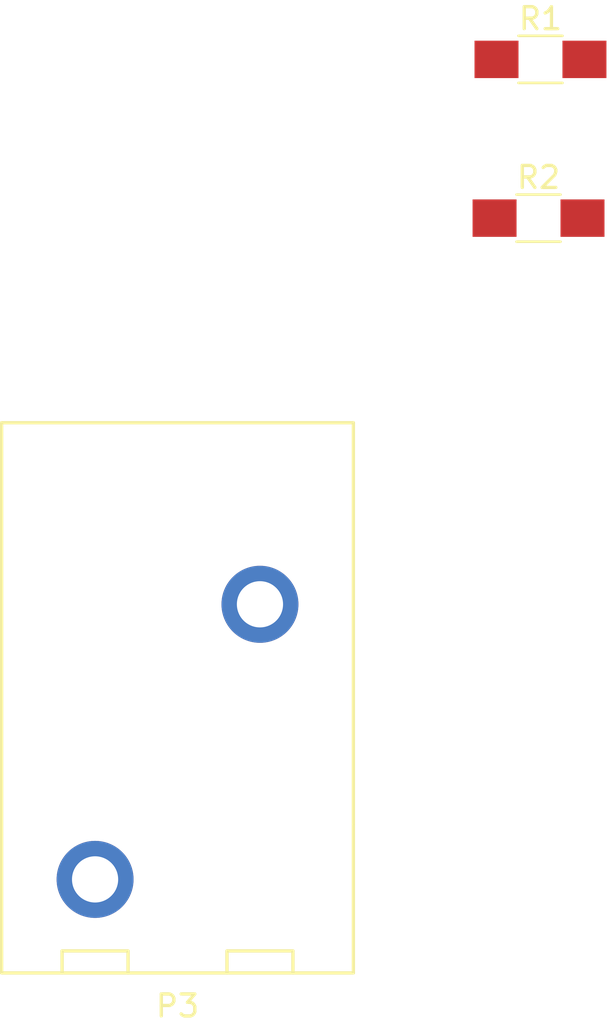
<source format=kicad_pcb>
(kicad_pcb (version 4) (host pcbnew 4.0.3-stable)

  (general
    (links 1)
    (no_connects 1)
    (area 0 0 0 0)
    (thickness 1.6)
    (drawings 0)
    (tracks 0)
    (zones 0)
    (modules 3)
    (nets 6)
  )

  (page A4)
  (layers
    (0 F.Cu signal)
    (31 B.Cu signal)
    (32 B.Adhes user)
    (33 F.Adhes user)
    (34 B.Paste user)
    (35 F.Paste user)
    (36 B.SilkS user)
    (37 F.SilkS user)
    (38 B.Mask user)
    (39 F.Mask user)
    (40 Dwgs.User user)
    (41 Cmts.User user)
    (42 Eco1.User user)
    (43 Eco2.User user)
    (44 Edge.Cuts user)
    (45 Margin user)
    (46 B.CrtYd user)
    (47 F.CrtYd user)
    (48 B.Fab user)
    (49 F.Fab user)
  )

  (setup
    (last_trace_width 0.25)
    (trace_clearance 0.2)
    (zone_clearance 0.508)
    (zone_45_only no)
    (trace_min 0.2)
    (segment_width 0.2)
    (edge_width 0.15)
    (via_size 0.6)
    (via_drill 0.4)
    (via_min_size 0.4)
    (via_min_drill 0.3)
    (uvia_size 0.3)
    (uvia_drill 0.1)
    (uvias_allowed no)
    (uvia_min_size 0.2)
    (uvia_min_drill 0.1)
    (pcb_text_width 0.3)
    (pcb_text_size 1.5 1.5)
    (mod_edge_width 0.15)
    (mod_text_size 1 1)
    (mod_text_width 0.15)
    (pad_size 1.524 1.524)
    (pad_drill 0.762)
    (pad_to_mask_clearance 0.2)
    (aux_axis_origin 0 0)
    (visible_elements FFFFFF7F)
    (pcbplotparams
      (layerselection 0x00030_80000001)
      (usegerberextensions false)
      (excludeedgelayer true)
      (linewidth 0.100000)
      (plotframeref false)
      (viasonmask false)
      (mode 1)
      (useauxorigin false)
      (hpglpennumber 1)
      (hpglpenspeed 20)
      (hpglpendiameter 15)
      (hpglpenoverlay 2)
      (psnegative false)
      (psa4output false)
      (plotreference true)
      (plotvalue true)
      (plotinvisibletext false)
      (padsonsilk false)
      (subtractmaskfromsilk false)
      (outputformat 1)
      (mirror false)
      (drillshape 1)
      (scaleselection 1)
      (outputdirectory ""))
  )

  (net 0 "")
  (net 1 +12V)
  (net 2 "Net-(D1-Pad2)")
  (net 3 +5V)
  (net 4 "Net-(D2-Pad2)")
  (net 5 GND)

  (net_class Default "This is the default net class."
    (clearance 0.2)
    (trace_width 0.25)
    (via_dia 0.6)
    (via_drill 0.4)
    (uvia_dia 0.3)
    (uvia_drill 0.1)
    (add_net +12V)
    (add_net +5V)
    (add_net GND)
    (add_net "Net-(D1-Pad2)")
    (add_net "Net-(D2-Pad2)")
  )

  (module Resistors_SMD:R_1206_HandSoldering (layer F.Cu) (tedit 58AADA36) (tstamp 58BB44C4)
    (at 148.59 97.79)
    (descr "Resistor SMD 1206, hand soldering")
    (tags "resistor 1206")
    (path /58BB4B65)
    (attr smd)
    (fp_text reference R1 (at 0 -1.85) (layer F.SilkS)
      (effects (font (size 1 1) (thickness 0.15)))
    )
    (fp_text value R (at 0 1.9) (layer F.Fab)
      (effects (font (size 1 1) (thickness 0.15)))
    )
    (fp_text user %R (at 0 -1.85) (layer F.Fab)
      (effects (font (size 1 1) (thickness 0.15)))
    )
    (fp_line (start -1.6 0.8) (end -1.6 -0.8) (layer F.Fab) (width 0.1))
    (fp_line (start 1.6 0.8) (end -1.6 0.8) (layer F.Fab) (width 0.1))
    (fp_line (start 1.6 -0.8) (end 1.6 0.8) (layer F.Fab) (width 0.1))
    (fp_line (start -1.6 -0.8) (end 1.6 -0.8) (layer F.Fab) (width 0.1))
    (fp_line (start 1 1.07) (end -1 1.07) (layer F.SilkS) (width 0.12))
    (fp_line (start -1 -1.07) (end 1 -1.07) (layer F.SilkS) (width 0.12))
    (fp_line (start -3.25 -1.11) (end 3.25 -1.11) (layer F.CrtYd) (width 0.05))
    (fp_line (start -3.25 -1.11) (end -3.25 1.1) (layer F.CrtYd) (width 0.05))
    (fp_line (start 3.25 1.1) (end 3.25 -1.11) (layer F.CrtYd) (width 0.05))
    (fp_line (start 3.25 1.1) (end -3.25 1.1) (layer F.CrtYd) (width 0.05))
    (pad 1 smd rect (at -2 0) (size 2 1.7) (layers F.Cu F.Paste F.Mask)
      (net 1 +12V))
    (pad 2 smd rect (at 2 0) (size 2 1.7) (layers F.Cu F.Paste F.Mask)
      (net 2 "Net-(D1-Pad2)"))
    (model Resistors_SMD.3dshapes/R_1206.wrl
      (at (xyz 0 0 0))
      (scale (xyz 1 1 1))
      (rotate (xyz 0 0 0))
    )
  )

  (module Resistors_SMD:R_1206_HandSoldering (layer F.Cu) (tedit 58AADA36) (tstamp 58BB44CA)
    (at 148.5011 105.0036)
    (descr "Resistor SMD 1206, hand soldering")
    (tags "resistor 1206")
    (path /58BB65EB)
    (attr smd)
    (fp_text reference R2 (at 0 -1.85) (layer F.SilkS)
      (effects (font (size 1 1) (thickness 0.15)))
    )
    (fp_text value R (at 0 1.9) (layer F.Fab)
      (effects (font (size 1 1) (thickness 0.15)))
    )
    (fp_text user %R (at 0 -1.85) (layer F.Fab)
      (effects (font (size 1 1) (thickness 0.15)))
    )
    (fp_line (start -1.6 0.8) (end -1.6 -0.8) (layer F.Fab) (width 0.1))
    (fp_line (start 1.6 0.8) (end -1.6 0.8) (layer F.Fab) (width 0.1))
    (fp_line (start 1.6 -0.8) (end 1.6 0.8) (layer F.Fab) (width 0.1))
    (fp_line (start -1.6 -0.8) (end 1.6 -0.8) (layer F.Fab) (width 0.1))
    (fp_line (start 1 1.07) (end -1 1.07) (layer F.SilkS) (width 0.12))
    (fp_line (start -1 -1.07) (end 1 -1.07) (layer F.SilkS) (width 0.12))
    (fp_line (start -3.25 -1.11) (end 3.25 -1.11) (layer F.CrtYd) (width 0.05))
    (fp_line (start -3.25 -1.11) (end -3.25 1.1) (layer F.CrtYd) (width 0.05))
    (fp_line (start 3.25 1.1) (end 3.25 -1.11) (layer F.CrtYd) (width 0.05))
    (fp_line (start 3.25 1.1) (end -3.25 1.1) (layer F.CrtYd) (width 0.05))
    (pad 1 smd rect (at -2 0) (size 2 1.7) (layers F.Cu F.Paste F.Mask)
      (net 3 +5V))
    (pad 2 smd rect (at 2 0) (size 2 1.7) (layers F.Cu F.Paste F.Mask)
      (net 4 "Net-(D2-Pad2)"))
    (model Resistors_SMD.3dshapes/R_1206.wrl
      (at (xyz 0 0 0))
      (scale (xyz 1 1 1))
      (rotate (xyz 0 0 0))
    )
  )

  (module .pretty:PHOENIX_1792229 (layer F.Cu) (tedit 58BB4B23) (tstamp 58BB4BEB)
    (at 132.08 114.3)
    (path /58BB47E4)
    (fp_text reference P3 (at 0 26.5) (layer F.SilkS)
      (effects (font (size 1 1) (thickness 0.15)))
    )
    (fp_text value 5V_OUT (at 0 1.25) (layer F.Fab)
      (effects (font (size 1 1) (thickness 0.15)))
    )
    (fp_line (start -8 0) (end 8 0) (layer F.SilkS) (width 0.15))
    (fp_line (start 2.25 25) (end 2.25 24) (layer F.SilkS) (width 0.15))
    (fp_line (start 2.25 24) (end 5.25 24) (layer F.SilkS) (width 0.15))
    (fp_line (start 5.25 24) (end 5.25 25) (layer F.SilkS) (width 0.15))
    (fp_line (start -5.25 25) (end -5.25 24) (layer F.SilkS) (width 0.15))
    (fp_line (start -5.25 24) (end -2.25 24) (layer F.SilkS) (width 0.15))
    (fp_line (start -2.25 24) (end -2.25 25) (layer F.SilkS) (width 0.15))
    (fp_line (start -8 21) (end -8 25) (layer F.SilkS) (width 0.15))
    (fp_line (start -8 25) (end 8 25) (layer F.SilkS) (width 0.15))
    (fp_line (start 8 25) (end 8 18.25) (layer F.SilkS) (width 0.15))
    (fp_line (start 8 0) (end 8 18.25) (layer F.SilkS) (width 0.15))
    (fp_line (start -8 21) (end -8 0) (layer F.SilkS) (width 0.15))
    (pad 1 thru_hole circle (at -3.75 20.75) (size 3.5 3.5) (drill 2.1) (layers *.Cu *.Mask)
      (net 5 GND))
    (pad 2 thru_hole circle (at 3.75 8.25) (size 3.5 3.5) (drill 2.1) (layers *.Cu *.Mask)
      (net 3 +5V))
  )

)

</source>
